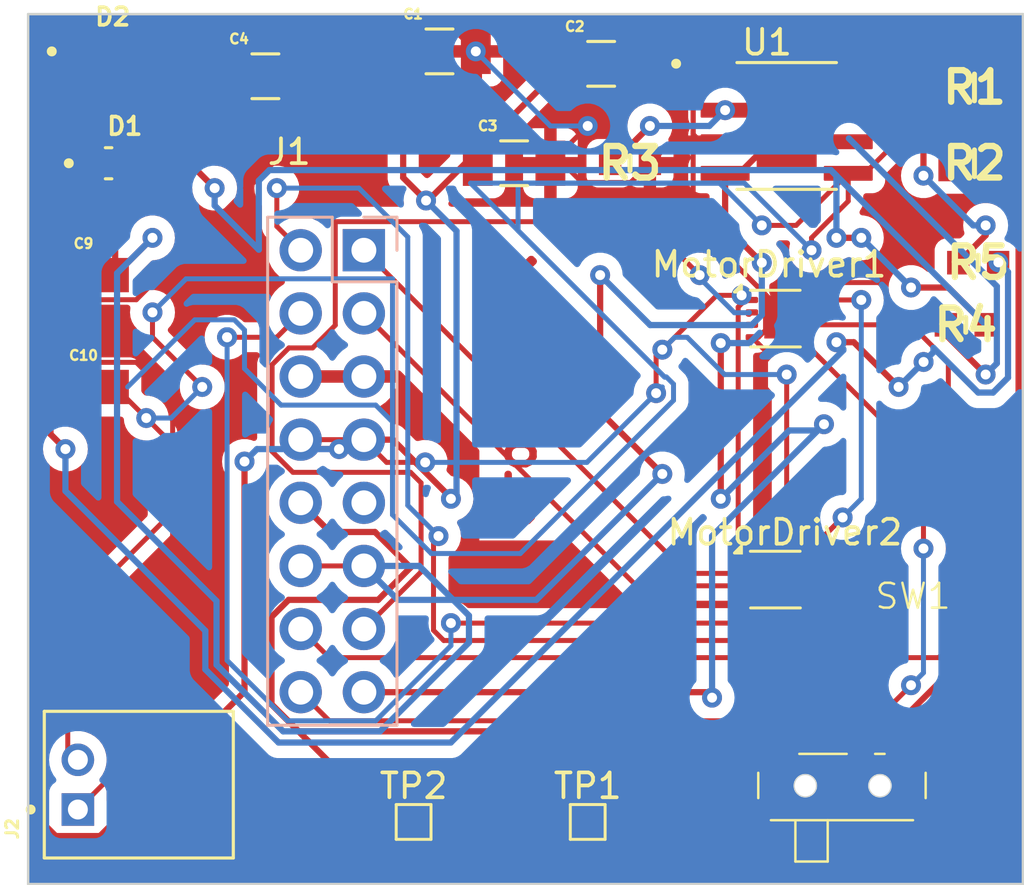
<source format=kicad_pcb>
(kicad_pcb (version 20240108) (generator "pcbnew") (generator_version "8.0")
  (layers (0 "F.Cu" signal) (31 "B.Cu" signal) (34 "B.Paste" user) (35 "F.Paste" user) (36 "B.SilkS" user "B.Silkscreen") (37 "F.SilkS" user "F.Silkscreen") (38 "B.Mask" user) (39 "F.Mask" user) (44 "Edge.Cuts" user))
  (net 0 "")
  (net 1 "Batt")
  (net 2 "Bat-")
  (net 3 "5V_uC")
  (net 4 "Motor2_A")
  (net 5 "PWM2_A")
  (net 6 "Motor2_B")
  (net 7 "PWM2_B")
  (net 9 "V_ADC")
  (net 10 "Motor1_A")
  (net 11 "PWM1_A")
  (net 12 "Motor1_B")
  (net 13 "PWM1_B")
  (net 14 "Bat+")
  (net 15 "Net-(D1-PadC)")
  (net 16 "Net-(D2-PadC)")
  (net 17 "Net-(U1-PROG)")
  (net 18 "Net-(U1-~{STDBY})")
  (net 19 "Net-(U1-~{CHRG})")
  (footprint "CL21A106KAYNNNE:CAPC2012X135N" (layer "F.Cu") (at 217.992025 137.844975)
    (property "Reference" "C9" (at -0.41 -1.27 0) (layer "F.SilkS") (effects (font (size 0.393701 0.393701) (thickness 0.098425))))
    (property "Value" "CL21A106KAYNNNE")
    (pad "1" smd rect (at -0.863 0) (size 1.1 1.38) (layers "F.Cu" "F.Paste" "F.Mask") (net 2 "Bat-"))
    (pad "2" smd rect (at 0.863 0) (size 1.1 1.38) (layers "F.Cu" "F.Paste" "F.Mask") (net 3 "5V_uC"))
  )
  (footprint "CL31B104KBCNNNC:CAPC3216X180N" (layer "F.Cu") (at 231.895025 128.844975)
    (property "Reference" "C1" (at -1.06 -1.5 0) (layer "F.SilkS") (effects (font (size 0.393701 0.393701) (thickness 0.098425))))
    (property "Value" "CL31B104KBCNNNC")
    (pad "1" smd rect (at -1.46 0) (size 1.2 1.82) (layers "F.Cu" "F.Paste" "F.Mask") (net 1 "Batt"))
    (pad "2" smd rect (at 1.46 0) (size 1.2 1.82) (layers "F.Cu" "F.Paste" "F.Mask") (net 2 "Bat-"))
  )
  (footprint "0603WAF1001T5E_1K:RESC1608X55N" (layer "F.Cu") (at 239.555025 133.344975)
    (property "Reference" "R3" (at 0 0 0) (layer "F.SilkS") (effects (font (size 1.27 1.27) (thickness 0.254))))
    (property "Value" "0603WAF7501T5E" (hide yes))
    (pad "1" smd rect (at -0.8 0) (size 0.9 0.95) (layers "F.Cu" "F.Paste" "F.Mask") (net 17 "Net-(U1-PROG)"))
    (pad "2" smd rect (at 0.8 0) (size 0.9 0.95) (layers "F.Cu" "F.Paste" "F.Mask") (net 2 "Bat-"))
  )
  (footprint "Package_SON:WSON-8-1EP_2x2mm_P0.5mm_EP0.9x1.6mm" (layer "F.Cu") (at 245.405025 139.594975)
    (property "Reference" "MotorDriver1" (at -0.26 -2.18 0) (layer "F.SilkS"))
    (property "Value" "DRV8837")
    (pad "1" smd roundrect (at -0.95 -0.75) (size 0.5 0.25) (layers "F.Cu" "F.Paste" "F.Mask") (net 1 "Batt"))
    (pad "2" smd roundrect (at -0.95 -0.25) (size 0.5 0.25) (layers "F.Cu" "F.Paste" "F.Mask") (net 10 "Motor1_A"))
    (pad "3" smd roundrect (at -0.95 0.25) (size 0.5 0.25) (layers "F.Cu" "F.Paste" "F.Mask") (net 12 "Motor1_B"))
    (pad "4" smd roundrect (at -0.95 0.75) (size 0.5 0.25) (layers "F.Cu" "F.Paste" "F.Mask") (net 2 "Bat-"))
    (pad "5" smd roundrect (at 0.95 0.75) (size 0.5 0.25) (layers "F.Cu" "F.Paste" "F.Mask") (net 13 "PWM1_B"))
    (pad "6" smd roundrect (at 0.95 0.25) (size 0.5 0.25) (layers "F.Cu" "F.Paste" "F.Mask") (net 11 "PWM1_A"))
    (pad "7" smd roundrect (at 0.95 -0.25) (size 0.5 0.25) (layers "F.Cu" "F.Paste" "F.Mask") (net 1 "Batt"))
    (pad "8" smd roundrect (at 0.95 -0.75) (size 0.5 0.25) (layers "F.Cu" "F.Paste" "F.Mask") (net 1 "Batt"))
    (pad "9" smd rect (at 0 0) (size 0.9 1.6) (layers "F.Cu" "F.Mask") (net 2 "Bat-"))
  )
  (footprint "SPDT:mySwitch" (layer "F.Cu") (at 250.935025 151.264975)
    (property "Reference" "SW1" (at 0 -0.5 0) (layer "F.SilkS") (effects (font (thickness 0.1))))
    (property "Value" "SW_SPDT")
    (fp_circle (center -4.33 7.122) (end -3.88 7.122) (stroke (width 0.05)) (fill none) (layer "Edge.Cuts"))
    (fp_circle (center -1.33 7.122) (end -0.88 7.122) (stroke (width 0.05)) (fill none) (layer "Edge.Cuts"))
    (pad "1" smd rect (at -5.08 5.08) (size 0.9 1.4) (layers "F.Cu" "F.Paste" "F.Mask") (net 14 "Bat+"))
    (pad "2" smd rect (at -2.08 5.08) (size 0.9 1.4) (layers "F.Cu" "F.Paste" "F.Mask") (net 1 "Batt"))
    (pad "3" smd rect (at -0.58 5.08) (size 0.9 1.4) (layers "F.Cu" "F.Paste" "F.Mask"))
    (pad "4" smd rect (at -6.205 6.047) (size 0.75 0.85) (layers "F.Cu" "F.Paste" "F.Mask"))
    (pad "5" smd rect (at -6.205 8.197) (size 0.75 0.85) (layers "F.Cu" "F.Paste" "F.Mask"))
    (pad "6" smd rect (at 0.545 6.047) (size 0.75 0.85) (layers "F.Cu" "F.Paste" "F.Mask"))
    (pad "7" smd rect (at 0.545 8.172) (size 0.75 0.85) (layers "F.Cu" "F.Paste" "F.Mask"))
  )
  (footprint "CL21A106KAYNNNE:CAPC2012X135N" (layer "F.Cu") (at 217.992025 142.344975)
    (property "Reference" "C10" (at -0.41 -1.27 0) (layer "F.SilkS") (effects (font (size 0.393701 0.393701) (thickness 0.098425))))
    (property "Value" "CL21A106KAYNNNE")
    (pad "1" smd rect (at -0.863 0) (size 1.1 1.38) (layers "F.Cu" "F.Paste" "F.Mask") (net 2 "Bat-"))
    (pad "2" smd rect (at 0.863 0) (size 1.1 1.38) (layers "F.Cu" "F.Paste" "F.Mask") (net 14 "Bat+"))
  )
  (footprint "0805W8F1003T5E_100K:RESC2013X65N" (layer "F.Cu") (at 253.405025 130.294975)
    (property "Reference" "R1" (at 0 0 0) (layer "F.SilkS") (effects (font (size 1.27 1.27) (thickness 0.254))))
    (property "Value" "0805W8F1003T5E" (hide yes))
    (pad "1" smd rect (at -0.95 0) (size 1 1.45) (layers "F.Cu" "F.Paste" "F.Mask") (net 14 "Bat+"))
    (pad "2" smd rect (at 0.95 0) (size 1 1.45) (layers "F.Cu" "F.Paste" "F.Mask") (net 9 "V_ADC"))
  )
  (footprint "JST_S2B-PH-K-S_LF__SN:JST_S2B-PH-K-S_LF__SN_" (layer "F.Cu") (at 217.355025 158.344975 90)
    (property "Reference" "J2" (at -1.776 -2.6398 -90) (layer "F.SilkS") (effects (font (size 0.48 0.48))))
    (property "Value" "S2B-PH-K-S_LF__SN_")
    (pad "1" thru_hole rect (at -1 0 90) (size 1.308 1.308) (drill 0.8) (layers "*.Cu" "*.Mask") (net 2 "Bat-"))
    (pad "2" thru_hole circle (at 1 0 90) (size 1.308 1.308) (drill 0.8) (layers "*.Cu" "*.Mask") (net 14 "Bat+"))
  )
  (footprint "KT-0805W:LED_KT-0805W" (layer "F.Cu") (at 218.590025 133.344975)
    (property "Reference" "D1" (at 0.65 -1.49 0) (layer "F.SilkS") (effects (font (size 0.708661 0.708661))))
    (property "Value" "KT-0805W")
    (pad "A" smd rect (at 0.765 0) (size 0.57 1.2) (layers "F.Cu" "F.Paste" "F.Mask") (net 3 "5V_uC"))
    (pad "C" smd rect (at -0.765 0) (size 0.57 1.2) (layers "F.Cu" "F.Paste" "F.Mask") (net 15 "Net-(D1-PadC)"))
  )
  (footprint "CL31B104KBCNNNC:CAPC3216X180N" (layer "F.Cu") (at 238.395025 129.344975)
    (property "Reference" "C2" (at -1.06 -1.5 0) (layer "F.SilkS") (effects (font (size 0.393701 0.393701) (thickness 0.098425))))
    (property "Value" "CL31B104KBCNNNC")
    (pad "1" smd rect (at -1.46 0) (size 1.2 1.82) (layers "F.Cu" "F.Paste" "F.Mask") (net 1 "Batt"))
    (pad "2" smd rect (at 1.46 0) (size 1.2 1.82) (layers "F.Cu" "F.Paste" "F.Mask") (net 2 "Bat-"))
  )
  (footprint "CL31B104KBCNNNC:CAPC3216X180N" (layer "F.Cu") (at 234.895025 133.344975)
    (property "Reference" "C3" (at -1.06 -1.5 0) (layer "F.SilkS") (effects (font (size 0.393701 0.393701) (thickness 0.098425))))
    (property "Value" "CL31B104KBCNNNC")
    (pad "1" smd rect (at -1.46 0) (size 1.2 1.82) (layers "F.Cu" "F.Paste" "F.Mask") (net 1 "Batt"))
    (pad "2" smd rect (at 1.46 0) (size 1.2 1.82) (layers "F.Cu" "F.Paste" "F.Mask") (net 2 "Bat-"))
  )
  (footprint "Package_SON:WSON-8-1EP_2x2mm_P0.5mm_EP0.9x1.6mm" (layer "F.Cu") (at 245.405025 150.094975)
    (property "Reference" "MotorDriver2" (at 0.38 -1.9 0) (layer "F.SilkS"))
    (property "Value" "DRV8837")
    (pad "1" smd roundrect (at -0.95 -0.75) (size 0.5 0.25) (layers "F.Cu" "F.Paste" "F.Mask") (net 1 "Batt"))
    (pad "2" smd roundrect (at -0.95 -0.25) (size 0.5 0.25) (layers "F.Cu" "F.Paste" "F.Mask") (net 4 "Motor2_A"))
    (pad "3" smd roundrect (at -0.95 0.25) (size 0.5 0.25) (layers "F.Cu" "F.Paste" "F.Mask") (net 6 "Motor2_B"))
    (pad "4" smd roundrect (at -0.95 0.75) (size 0.5 0.25) (layers "F.Cu" "F.Paste" "F.Mask") (net 2 "Bat-"))
    (pad "5" smd roundrect (at 0.95 0.75) (size 0.5 0.25) (layers "F.Cu" "F.Paste" "F.Mask") (net 7 "PWM2_B"))
    (pad "6" smd roundrect (at 0.95 0.25) (size 0.5 0.25) (layers "F.Cu" "F.Paste" "F.Mask") (net 5 "PWM2_A"))
    (pad "7" smd roundrect (at 0.95 -0.25) (size 0.5 0.25) (layers "F.Cu" "F.Paste" "F.Mask") (net 1 "Batt"))
    (pad "8" smd roundrect (at 0.95 -0.75) (size 0.5 0.25) (layers "F.Cu" "F.Paste" "F.Mask") (net 1 "Batt"))
    (pad "9" smd rect (at 0 0) (size 0.9 1.6) (layers "F.Cu" "F.Mask") (net 2 "Bat-"))
  )
  (footprint "TestPoint:TestPoint_Pad_1.0x1.0mm" (layer "F.Cu") (at 237.855025 159.844975)
    (property "Reference" "TP1" (at 0 -1.448 0) (layer "F.SilkS"))
    (property "Value" "TestPoint")
    (pad "1" smd rect (at 0 0) (size 1 1) (layers "F.Cu" "F.Mask") (net 1 "Batt"))
  )
  (footprint "TestPoint:TestPoint_Pad_1.0x1.0mm" (layer "F.Cu") (at 230.855025 159.844975)
    (property "Reference" "TP2" (at 0 -1.448 0) (layer "F.SilkS"))
    (property "Value" "TestPoint")
    (pad "1" smd rect (at 0 0) (size 1 1) (layers "F.Cu" "F.Mask") (net 9 "V_ADC"))
  )
  (footprint "TP4056:SOP127P600X175-9N" (layer "F.Cu") (at 245.855025 131.844975)
    (property "Reference" "U1" (at -0.795 -3.362 0) (layer "F.SilkS"))
    (property "Value" "TP4056")
    (pad "1" smd roundrect (at -2.475 -1.905) (size 1.97 0.6) (layers "F.Cu" "F.Paste" "F.Mask") (roundrect_rratio 0.07) (net 2 "Bat-"))
    (pad "2" smd roundrect (at -2.475 -0.635) (size 1.97 0.6) (layers "F.Cu" "F.Paste" "F.Mask") (roundrect_rratio 0.07) (net 17 "Net-(U1-PROG)"))
    (pad "3" smd roundrect (at -2.475 0.635) (size 1.97 0.6) (layers "F.Cu" "F.Paste" "F.Mask") (roundrect_rratio 0.07) (net 2 "Bat-"))
    (pad "4" smd roundrect (at -2.475 1.905) (size 1.97 0.6) (layers "F.Cu" "F.Paste" "F.Mask") (roundrect_rratio 0.07) (net 3 "5V_uC"))
    (pad "5" smd roundrect (at 2.475 1.905) (size 1.97 0.6) (layers "F.Cu" "F.Paste" "F.Mask") (roundrect_rratio 0.07) (net 14 "Bat+"))
    (pad "6" smd roundrect (at 2.475 0.635) (size 1.97 0.6) (layers "F.Cu" "F.Paste" "F.Mask") (roundrect_rratio 0.07) (net 18 "Net-(U1-~{STDBY})"))
    (pad "7" smd roundrect (at 2.475 -0.635) (size 1.97 0.6) (layers "F.Cu" "F.Paste" "F.Mask") (roundrect_rratio 0.07) (net 19 "Net-(U1-~{CHRG})"))
    (pad "8" smd roundrect (at 2.475 -1.905) (size 1.97 0.6) (layers "F.Cu" "F.Paste" "F.Mask") (roundrect_rratio 0.07) (net 3 "5V_uC"))
    (pad "9" smd rect (at 0 0) (size 2.413 3.302) (layers "F.Cu" "F.Mask") (net 3 "5V_uC"))
  )
  (footprint "CL31B104KBCNNNC:CAPC3216X180N" (layer "F.Cu") (at 224.895025 129.844975)
    (property "Reference" "C4" (at -1.06 -1.5 0) (layer "F.SilkS") (effects (font (size 0.393701 0.393701) (thickness 0.098425))))
    (property "Value" "CL31B104KBCNNNC")
    (pad "1" smd rect (at -1.46 0) (size 1.2 1.82) (layers "F.Cu" "F.Paste" "F.Mask") (net 1 "Batt"))
    (pad "2" smd rect (at 1.46 0) (size 1.2 1.82) (layers "F.Cu" "F.Paste" "F.Mask") (net 2 "Bat-"))
  )
  (footprint "KT-0603R:LED_KT-0603R" (layer "F.Cu") (at 218.105025 128.844975)
    (property "Reference" "D2" (at 0.65 -1.39 0) (layer "F.SilkS") (effects (font (size 0.708661 0.708661))))
    (property "Value" "KT-0603R")
    (pad "A" smd rect (at 0.75 0) (size 0.8 0.8) (layers "F.Cu" "F.Paste" "F.Mask") (net 3 "5V_uC"))
    (pad "C" smd rect (at -0.75 0) (size 0.8 0.8) (layers "F.Cu" "F.Paste" "F.Mask") (net 16 "Net-(D2-PadC)"))
  )
  (footprint "0603WAF1001T5E_1K:RESC1608X55N" (layer "F.Cu") (at 253.055025 139.844975)
    (property "Reference" "R4" (at 0 0 0) (layer "F.SilkS") (effects (font (size 1.27 1.27) (thickness 0.254))))
    (property "Value" "0603WAF1001T5E" (hide yes))
    (pad "1" smd rect (at -0.8 0) (size 0.9 0.95) (layers "F.Cu" "F.Paste" "F.Mask") (net 18 "Net-(U1-~{STDBY})"))
    (pad "2" smd rect (at 0.8 0) (size 0.9 0.95) (layers "F.Cu" "F.Paste" "F.Mask") (net 16 "Net-(D2-PadC)"))
  )
  (footprint "0805W8F1003T5E_100K:RESC2013X65N" (layer "F.Cu") (at 253.405025 133.344975)
    (property "Reference" "R2" (at 0 0 0) (layer "F.SilkS") (effects (font (size 1.27 1.27) (thickness 0.254))))
    (property "Value" "0805W8F1003T5E" (hide yes))
    (pad "1" smd rect (at -0.95 0) (size 1 1.45) (layers "F.Cu" "F.Paste" "F.Mask") (net 9 "V_ADC"))
    (pad "2" smd rect (at 0.95 0) (size 1 1.45) (layers "F.Cu" "F.Paste" "F.Mask") (net 2 "Bat-"))
  )
  (footprint "0603WAF1001T5E_1K:RESC1608X55N" (layer "F.Cu") (at 253.555025 137.344975)
    (property "Reference" "R5" (at 0 0 0) (layer "F.SilkS") (effects (font (size 1.27 1.27) (thickness 0.254))))
    (property "Value" "0603WAF1001T5E" (hide yes))
    (pad "1" smd rect (at -0.8 0) (size 0.9 0.95) (layers "F.Cu" "F.Paste" "F.Mask") (net 19 "Net-(U1-~{CHRG})"))
    (pad "2" smd rect (at 0.8 0) (size 0.9 0.95) (layers "F.Cu" "F.Paste" "F.Mask") (net 15 "Net-(D1-PadC)"))
  )
  (footprint "Connector_PinHeader_2.54mm:PinHeader_2x08_P2.54mm_Vertical" (layer "B.Cu") (at 228.855025 136.844975 180)
    (property "Reference" "J1" (at 3 3.96 180) (layer "F.SilkS"))
    (property "Value" "Conn_02x08_Odd_Even" (hide yes))
    (pad "1" thru_hole rect (at 0 0 180) (size 1.7 1.7) (drill 1) (layers "*.Cu" "*.Mask") (net 4 "Motor2_A"))
    (pad "2" thru_hole oval (at 2.54 0 180) (size 1.7 1.7) (drill 1) (layers "*.Cu" "*.Mask") (net 5 "PWM2_A"))
    (pad "3" thru_hole oval (at 0 -2.54 180) (size 1.7 1.7) (drill 1) (layers "*.Cu" "*.Mask") (net 6 "Motor2_B"))
    (pad "4" thru_hole oval (at 2.54 -2.54 180) (size 1.7 1.7) (drill 1) (layers "*.Cu" "*.Mask") (net 7 "PWM2_B"))
    (pad "5" thru_hole oval (at 0 -5.08 180) (size 1.7 1.7) (drill 1) (layers "*.Cu" "*.Mask") (net 2 "Bat-"))
    (pad "6" thru_hole oval (at 2.54 -5.08 180) (size 1.7 1.7) (drill 1) (layers "*.Cu" "*.Mask") (net 2 "Bat-"))
    (pad "7" thru_hole oval (at 0 -7.62 180) (size 1.7 1.7) (drill 1) (layers "*.Cu" "*.Mask") (net 1 "Batt"))
    (pad "8" thru_hole oval (at 2.54 -7.62 180) (size 1.7 1.7) (drill 1) (layers "*.Cu" "*.Mask") (net 1 "Batt"))
    (pad "9" thru_hole oval (at 0 -10.16 180) (size 1.7 1.7) (drill 1) (layers "*.Cu" "*.Mask"))
    (pad "10" thru_hole oval (at 2.54 -10.16 180) (size 1.7 1.7) (drill 1) (layers "*.Cu" "*.Mask") (net 9 "V_ADC"))
    (pad "11" thru_hole oval (at 0 -12.7 180) (size 1.7 1.7) (drill 1) (layers "*.Cu" "*.Mask") (net 3 "5V_uC"))
    (pad "12" thru_hole oval (at 2.54 -12.7 180) (size 1.7 1.7) (drill 1) (layers "*.Cu" "*.Mask") (net 3 "5V_uC"))
    (pad "13" thru_hole oval (at 0 -15.24 180) (size 1.7 1.7) (drill 1) (layers "*.Cu" "*.Mask") (net 10 "Motor1_A"))
    (pad "14" thru_hole oval (at 2.54 -15.24 180) (size 1.7 1.7) (drill 1) (layers "*.Cu" "*.Mask") (net 11 "PWM1_A"))
    (pad "15" thru_hole oval (at 0 -17.78 180) (size 1.7 1.7) (drill 1) (layers "*.Cu" "*.Mask") (net 12 "Motor1_B"))
    (pad "16" thru_hole oval (at 2.54 -17.78 180) (size 1.7 1.7) (drill 1) (layers "*.Cu" "*.Mask") (net 13 "PWM1_B"))
  )
  (gr_line (start 215.355025 127.344975) (end 215.355025 162.344975) (stroke (width 0.1)) (layer "Edge.Cuts"))
  (gr_line (start 255.355025 127.344975) (end 215.355025 127.344975) (stroke (width 0.1)) (layer "Edge.Cuts"))
  (gr_line (start 255.355025 162.344975) (end 255.355025 127.344975) (stroke (width 0.1)) (layer "Edge.Cuts"))
  (gr_line (start 215.355025 162.344975) (end 255.355025 162.344975) (stroke (width 0.1)) (layer "Edge.Cuts"))
  (gr_text "Group 32!" (at 235.855025 148.344975 90) (layer "F.Cu") (effects (font (size 1.5 1.5) (thickness 0.3) (bold yes)) (justify left bottom)))
  (segment (start 226.695025 144.844975) (end 226.315025 144.464975) (width 0.25) (layer "F.Cu") (net 1))
  (segment (start 246.355025 149.344975) (end 245.855025 148.844975) (width 0.2) (layer "F.Cu") (net 1))
  (segment (start 227.855025 144.844975) (end 226.695025 144.844975) (width 0.25) (layer "F.Cu") (net 1))
  (segment (start 246.905025 149.294975) (end 246.355025 149.844975) (width 0.2) (layer "F.Cu") (net 1))
  (segment (start 224.670025 128.609975) (end 223.435025 129.844975) (width 0.25) (layer "F.Cu") (net 1))
  (segment (start 229.77 145.37995) (end 231.32005 145.37995) (width 0.2) (layer "F.Cu") (net 1))
  (segment (start 232.355025 146.844975) (end 232.355025 146.803835) (width 0.25) (layer "F.Cu") (net 1))
  (segment (start 230.016165 144.464975) (end 228.855025 144.464975) (width 0.25) (layer "F.Cu") (net 1))
  (segment (start 230.435025 133.924975) (end 231.355025 134.844975) (width 0.25) (layer "F.Cu") (net 1))
  (segment (start 246.905025 149.294975) (end 246.905025 148.794975) (width 0.2) (layer "F.Cu") (net 1))
  (segment (start 240.855025 140.844975) (end 243.042098 138.657902) (width 0.2) (layer "F.Cu") (net 1))
  (segment (start 244.190639 138.844975) (end 244.455025 138.844975) (width 0.2) (layer "F.Cu") (net 1))
  (segment (start 244.455025 149.344975) (end 243.905025 148.794975) (width 0.2) (layer "F.Cu") (net 1))
  (segment (start 246.355025 149.344975) (end 248.105025 147.594975) (width 0.2) (layer "F.Cu") (net 1))
  (segment (start 246.905025 148.794975) (end 248.105025 147.594975) (width 0.2) (layer "F.Cu") (net 1))
  (segment (start 232.355025 146.803835) (end 230.016165 144.464975) (width 0.25) (layer "F.Cu") (net 1))
  (segment (start 215.923775 160.413725) (end 218.244275 160.413725) (width 0.25) (layer "F.Cu") (net 1))
  (segment (start 231.435025 134.844975) (end 231.355025 134.844975) (width 0.25) (layer "F.Cu") (net 1))
  (segment (start 237.855025 159.844975) (end 237.030025 160.669975) (width 0.25) (layer "F.Cu") (net 1))
  (segment (start 218.244275 160.413725) (end 224.055025 154.602975) (width 0.25) (layer "F.Cu") (net 1))
  (segment (start 230.435025 128.844975) (end 230.435025 133.924975) (width 0.25) (layer "F.Cu") (net 1))
  (segment (start 246.355025 138.844975) (end 248.855025 138.844975) (width 0.2) (layer "F.Cu") (net 1))
  (segment (start 230.200025 128.609975) (end 224.670025 128.609975) (width 0.25) (layer "F.Cu") (net 1))
  (segment (start 240.605025 141.094975) (end 240.855025 140.844975) (width 0.2) (layer "F.Cu") (net 1))
  (segment (start 240.605025 142.594975) (end 240.605025 141.094975) (width 0.2) (layer "F.Cu") (net 1))
  (segment (start 230.435025 128.844975) (end 230.200025 128.609975) (width 0.25) (layer "F.Cu") (net 1))
  (segment (start 237.030025 160.669975) (end 216.722025 160.669975) (width 0.25) (layer "F.Cu") (net 1))
  (segment (start 245.855025 148.844975) (end 245.855025 141.844975) (width 0.2) (layer "F.Cu") (net 1))
  (segment (start 243.042098 138.657902) (end 244.043177 138.657902) (width 0.2) (layer "F.Cu") (net 1))
  (segment (start 243.905025 148.794975) (end 243.905025 139.130589) (width 0.2) (layer "F.Cu") (net 1))
  (segment (start 215.923775 159.871725) (end 215.923775 149.619975) (width 0.25) (layer "F.Cu") (net 1))
  (segment (start 216.722025 160.669975) (end 215.923775 159.871725) (width 0.25) (layer "F.Cu") (net 1))
  (segment (start 228.855025 144.464975) (end 229.77 145.37995) (width 0.2) (layer "F.Cu") (net 1))
  (segment (start 215.923775 149.619975) (end 215.923775 160.413725) (width 0.25) (layer "F.Cu") (net 1))
  (segment (start 246.355025 138.844975) (end 246.355025 139.344975) (width 0.2) (layer "F.Cu") (net 1))
  (segment (start 236.935025 129.344975) (end 231.435025 134.844975) (width 0.25) (layer "F.Cu") (net 1))
  (segment (start 226.315025 144.464975) (end 228.855025 144.464975) (width 0.2) (layer "F.Cu") (net 1))
  (segment (start 224.055025 154.602975) (end 224.055025 145.344975) (width 0.25) (layer "F.Cu") (net 1))
  (segment (start 215.923775 149.619975) (end 216.948775 148.594975) (width 0.25) (layer "F.Cu") (net 1))
  (segment (start 243.905025 139.130589) (end 244.190639 138.844975) (width 0.2) (layer "F.Cu") (net 1))
  (via (at 231.355025 134.844975) (size 0.8) (drill 0.4) (layers "F.Cu" "B.Cu") (net 1))
  (via (at 224.055025 145.344975) (size 0.8) (drill 0.4) (layers "F.Cu" "B.Cu") (net 1))
  (via (at 248.855025 138.844975) (size 0.8) (drill 0.4) (layers "F.Cu" "B.Cu") (net 1))
  (via (at 227.855025 144.844975) (size 0.8) (drill 0.4) (layers "F.Cu" "B.Cu") (net 1))
  (via (at 231.32005 145.37995) (size 0.8) (drill 0.4) (layers "F.Cu" "B.Cu") (net 1))
  (via (at 245.855025 141.844975) (size 0.8) (drill 0.4) (layers "F.Cu" "B.Cu") (net 1))
  (via (at 244.043177 138.657902) (size 0.8) (drill 0.4) (layers "F.Cu" "B.Cu") (net 1))
  (via (at 240.855025 140.844975) (size 0.8) (drill 0.4) (layers "F.Cu" "B.Cu") (net 1))
  (via (at 232.355025 146.844975) (size 0.8) (drill 0.4) (layers "F.Cu" "B.Cu") (net 1))
  (via (at 248.105025 147.594975) (size 0.8) (drill 0.4) (layers "F.Cu" "B.Cu") (net 1))
  (via (at 240.605025 142.594975) (size 0.8) (drill 0.4) (layers "F.Cu" "B.Cu") (net 1))
  (segment (start 231.355025 134.844975) (end 232.580025 136.069975) (width 0.25) (layer "B.Cu") (net 1))
  (segment (start 232.580025 146.619975) (end 232.355025 146.844975) (width 0.25) (layer "B.Cu") (net 1))
  (segment (start 232.580025 136.069975) (end 232.580025 146.619975) (width 0.25) (layer "B.Cu") (net 1))
  (segment (start 240.855025 142.344975) (end 240.605025 142.594975) (width 0.2) (layer "B.Cu") (net 1))
  (segment (start 248.855025 138.844975) (end 248.855025 146.844975) (width 0.2) (layer "B.Cu") (net 1))
  (segment (start 245.855025 141.844975) (end 243.355025 141.844975) (width 0.2) (layer "B.Cu") (net 1))
  (segment (start 237.82005 145.37995) (end 240.605025 142.594975) (width 0.2) (layer "B.Cu") (net 1))
  (segment (start 224.555025 144.844975) (end 227.855025 144.844975) (width 0.25) (layer "B.Cu") (net 1))
  (segment (start 243.355025 141.844975) (end 241.855025 140.344975) (width 0.2) (layer "B.Cu") (net 1))
  (segment (start 248.855025 146.844975) (end 248.105025 147.594975) (width 0.2) (layer "B.Cu") (net 1))
  (segment (start 224.055025 145.344975) (end 224.555025 144.844975) (width 0.25) (layer "B.Cu") (net 1))
  (segment (start 241.855025 140.344975) (end 241.355025 140.344975) (width 0.2) (layer "B.Cu") (net 1))
  (segment (start 241.355025 140.344975) (end 240.855025 140.844975) (width 0.2) (layer "B.Cu") (net 1))
  (segment (start 247.855025 147.844975) (end 248.105025 147.594975) (width 0.2) (layer "B.Cu") (net 1))
  (segment (start 231.32005 145.37995) (end 237.82005 145.37995) (width 0.2) (layer "B.Cu") (net 1))
  (segment (start 240.950025 129.939975) (end 243.380025 129.939975) (width 0.2) (layer "F.Cu") (net 2))
  (segment (start 240.355025 133.344975) (end 241.220025 132.479975) (width 0.2) (layer "F.Cu") (net 2))
  (segment (start 222.535025 128.634975) (end 222.535025 131.054975) (width 0.2) (layer "F.Cu") (net 2))
  (segment (start 226.355025 132.184975) (end 226.355025 129.844975) (width 0.2) (layer "F.Cu") (net 2))
  (segment (start 217.355025 159.344975) (end 221.165775 155.534225) (width 0.2) (layer "F.Cu") (net 2))
  (segment (start 223.535025 127.634975) (end 222.535025 128.634975) (width 0.2) (layer "F.Cu") (net 2))
  (segment (start 245.405025 150.159361) (end 245.405025 150.094975) (width 0.2) (layer "F.Cu") (net 2))
  (segment (start 242.395026 129.939975) (end 242.095025 130.239976) (width 0.2) (layer "F.Cu") (net 2))
  (segment (start 245.005025 140.059361) (end 244.719411 140.344975) (width 0.2) (layer "F.Cu") (net 2))
  (segment (start 225.145025 131.054975) (end 226.355025 129.844975) (width 0.2) (layer "F.Cu") (net 2))
  (segment (start 239.580025 134.119975) (end 240.355025 133.344975) (width 0.2) (layer "F.Cu") (net 2))
  (segment (start 221.165775 155.534225) (end 221.165775 142.815725) (width 0.2) (layer "F.Cu") (net 2))
  (segment (start 245.005025 140.894975) (end 244.455025 140.344975) (width 0.2) (layer "F.Cu") (net 2))
  (segment (start 242.095025 130.239976) (end 242.095025 135.720589) (width 0.2) (layer "F.Cu") (net 2))
  (segment (start 243.380025 129.939975) (end 242.395026 129.939975) (width 0.2) (layer "F.Cu") (net 2))
  (segment (start 233.355025 128.844975) (end 232.145025 127.634975) (width 0.2) (layer "F.Cu") (net 2))
  (segment (start 236.355025 133.344975) (end 236.855025 133.344975) (width 0.2) (layer "F.Cu") (net 2))
  (segment (start 245.405025 139.030589) (end 245.405025 139.594975) (width 0.2) (layer "F.Cu") (net 2))
  (segment (start 236.855025 133.344975) (end 237.630025 134.119975) (width 0.2) (layer "F.Cu") (net 2))
  (segment (start 217.129025 137.844975) (end 217.129025 142.344975) (width 0.2) (layer "F.Cu") (net 2))
  (segment (start 244.455025 150.844975) (end 244.719411 150.844975) (width 0.2) (layer "F.Cu") (net 2))
  (segment (start 246.290639 138.144975) (end 245.405025 139.030589) (width 0.2) (layer "F.Cu") (net 2))
  (segment (start 240.355025 129.344975) (end 240.950025 129.939975) (width 0.2) (layer "F.Cu") (net 2))
  (segment (start 245.005025 150.559361) (end 245.005025 140.894975) (width 0.2) (layer "F.Cu") (net 2))
  (segment (start 241.220025 132.479975) (end 243.380025 132.479975) (width 0.2) (layer "F.Cu") (net 2))
  (segment (start 221.165775 142.815725) (end 219.705025 141.354975) (width 0.2) (layer "F.Cu") (net 2))
  (segment (start 242.095025 130.239976) (end 242.095025 132.179974) (width 0.2) (layer "F.Cu") (net 2))
  (segment (start 242.095025 132.179974) (end 242.395026 132.479975) (width 0.2) (layer "F.Cu") (net 2))
  (segment (start 244.719411 150.844975) (end 245.005025 150.559361) (width 0.2) (layer "F.Cu") (net 2))
  (segment (start 249.555025 138.144975) (end 246.290639 138.144975) (width 0.2) (layer "F.Cu") (net 2))
  (segment (start 245.005025 138.630589) (end 245.005025 140.059361) (width 0.2) (layer "F.Cu") (net 2))
  (segment (start 226.315025 141.924975) (end 228.855025 141.924975) (width 0.2) (layer "F.Cu") (net 2))
  (segment (start 244.719411 140.344975) (end 244.455025 140.344975) (width 0.2) (layer "F.Cu") (net 2))
  (segment (start 239.855025 129.344975) (end 240.355025 129.344975) (width 0.2) (layer "F.Cu") (net 2))
  (segment (start 242.095025 135.720589) (end 245.405025 139.030589) (width 0.2) (layer "F.Cu") (net 2))
  (segment (start 218.119025 141.354975) (end 217.129025 142.344975) (width 0.2) (layer "F.Cu") (net 2))
  (segment (start 217.129025 137.844975) (end 218.119025 138.834975) (width 0.2) (layer "F.Cu") (net 2))
  (segment (start 244.719411 150.844975) (end 245.405025 150.159361) (width 0.2) (layer "F.Cu") (net 2))
  (segment (start 218.119025 138.834975) (end 219.705025 138.834975) (width 0.2) (layer "F.Cu") (net 2))
  (segment (start 236.355025 133.344975) (end 237.855025 131.844975) (width 0.2) (layer "F.Cu") (net 2))
  (segment (start 242.395026 132.479975) (end 243.380025 132.479975) (width 0.2) (layer "F.Cu") (net 2))
  (segment (start 254.355025 133.344975) (end 249.555025 138.144975) (width 0.2) (layer "F.Cu") (net 2))
  (segment (start 242.095025 135.720589) (end 245.005025 138.630589) (width 0.2) (layer "F.Cu") (net 2))
  (segment (start 222.535025 131.054975) (end 225.145025 131.054975) (width 0.2) (layer "F.Cu") (net 2))
  (segment (start 232.145025 127.634975) (end 223.535025 127.634975) (width 0.2) (layer "F.Cu") (net 2))
  (segment (start 219.705025 141.354975) (end 218.119025 141.354975) (width 0.2) (layer "F.Cu") (net 2))
  (segment (start 237.630025 134.119975) (end 239.580025 134.119975) (width 0.2) (layer "F.Cu") (net 2))
  (segment (start 219.705025 138.834975) (end 226.355025 132.184975) (width 0.2) (layer "F.Cu") (net 2))
  (via (at 237.855025 131.844975) (size 0.8) (drill 0.4) (layers "F.Cu" "B.Cu") (net 2))
  (via (at 233.355025 128.844975) (size 0.8) (drill 0.4) (layers "F.Cu" "B.Cu") (net 2))
  (segment (start 237.855025 131.844975) (end 236.355025 131.844975) (width 0.2) (layer "B.Cu") (net 2))
  (segment (start 236.355025 131.844975) (end 233.355025 128.844975) (width 0.2) (layer "B.Cu") (net 2))
  (segment (start 226.315025 149.544975) (end 228.855025 149.544975) (width 0.2) (layer "F.Cu") (net 3))
  (segment (start 243.380025 133.749975) (end 243.950025 133.749975) (width 0.25) (layer "F.Cu") (net 3))
  (segment (start 243.380025 133.749975) (end 243.380025 135.869975) (width 0.25) (layer "F.Cu") (net 3))
  (segment (start 243.950025 133.749975) (end 245.855025 131.844975) (width 0.25) (layer "F.Cu") (net 3))
  (segment (start 243.380025 135.869975) (end 244.855025 137.344975) (width 0.25) (layer "F.Cu") (net 3))
  (segment (start 248.330025 129.939975) (end 247.760025 129.939975) (width 0.25) (layer "F.Cu") (net 3))
  (segment (start 238.355025 143.344975) (end 240.855025 145.844975) (width 0.25) (layer "F.Cu") (net 3))
  (segment (start 247.760025 129.939975) (end 245.855025 131.844975) (width 0.25) (layer "F.Cu") (net 3))
  (segment (start 218.855025 128.844975) (end 218.855025 132.844975) (width 0.25) (layer "F.Cu") (net 3))
  (segment (start 218.855025 137.844975) (end 218.855025 133.844975) (width 0.25) (layer "F.Cu") (net 3))
  (segment (start 218.855025 132.844975) (end 219.355025 133.344975) (width 0.25) (layer "F.Cu") (net 3))
  (segment (start 218.855025 137.844975) (end 220.355025 136.344975) (width 0.25) (layer "F.Cu") (net 3))
  (segment (start 218.855025 133.844975) (end 219.355025 133.344975) (width 0.25) (layer "F.Cu") (net 3))
  (segment (start 238.355025 137.844975) (end 238.355025 143.344975) (width 0.25) (layer "F.Cu") (net 3))
  (via (at 244.855025 137.344975) (size 0.8) (drill 0.4) (layers "F.Cu" "B.Cu") (net 3))
  (via (at 238.355025 137.844975) (size 0.8) (drill 0.4) (layers "F.Cu" "B.Cu") (net 3))
  (via (at 220.355025 136.344975) (size 0.8) (drill 0.4) (layers "F.Cu" "B.Cu") (net 3))
  (via (at 240.855025 145.844975) (size 0.8) (drill 0.4) (layers "F.Cu" "B.Cu") (net 3))
  (segment (start 218.930025 146.958889) (end 222.930025 150.958889) (width 0.25) (layer "B.Cu") (net 3))
  (segment (start 240.855025 145.844975) (end 235.790025 150.909975) (width 0.25) (layer "B.Cu") (net 3))
  (segment (start 244.855025 139.446015) (end 244.446015 139.855025) (width 0.25) (layer "B.Cu") (net 3))
  (segment (start 218.930025 137.769975) (end 218.930025 146.958889) (width 0.25) (layer "B.Cu") (net 3))
  (segment (start 235.790025 150.909975) (end 230.220025 150.909975) (width 0.25) (layer "B.Cu") (net 3))
  (segment (start 222.930025 150.958889) (end 222.930025 153.521016) (width 0.25) (layer "B.Cu") (net 3))
  (segment (start 244.855025 137.344975) (end 244.855025 139.446015) (width 0.25) (layer "B.Cu") (net 3))
  (segment (start 244.446015 139.855025) (end 240.365075 139.855025) (width 0.25) (layer "B.Cu") (net 3))
  (segment (start 233.080025 152.627362) (end 233.080025 151.54467) (width 0.25) (layer "B.Cu") (net 3))
  (segment (start 220.355025 136.344975) (end 218.930025 137.769975) (width 0.25) (layer "B.Cu") (net 3))
  (segment (start 222.930025 153.521016) (end 225.608985 156.199975) (width 0.25) (layer "B.Cu") (net 3))
  (segment (start 240.365075 139.855025) (end 238.355025 137.844975) (width 0.25) (layer "B.Cu") (net 3))
  (segment (start 231.08033 149.544975) (end 228.855025 149.544975) (width 0.25) (layer "B.Cu") (net 3))
  (segment (start 229.507412 156.199975) (end 233.080025 152.627362) (width 0.25) (layer "B.Cu") (net 3))
  (segment (start 230.220025 150.909975) (end 228.855025 149.544975) (width 0.25) (layer "B.Cu") (net 3))
  (segment (start 233.080025 151.54467) (end 231.08033 149.544975) (width 0.25) (layer "B.Cu") (net 3))
  (segment (start 225.608985 156.199975) (end 229.507412 156.199975) (width 0.25) (layer "B.Cu") (net 3))
  (segment (start 241.855025 149.844975) (end 228.855025 136.844975) (width 0.2) (layer "F.Cu") (net 4))
  (segment (start 244.455025 149.844975) (end 241.855025 149.844975) (width 0.2) (layer "F.Cu") (net 4))
  (segment (start 232.065075 152.544975) (end 231.655025 152.134925) (width 0.2) (layer "F.Cu") (net 5))
  (segment (start 246.905025 150.630589) (end 246.905025 151.059361) (width 0.2) (layer "F.Cu") (net 5))
  (segment (start 225.355025 134.344975) (end 225.355025 135.884975) (width 0.2) (layer "F.Cu") (net 5))
  (segment (start 225.355025 135.884975) (end 226.315025 136.844975) (width 0.2) (layer "F.Cu") (net 5))
  (segment (start 246.355025 150.344975) (end 246.619411 150.344975) (width 0.2) (layer "F.Cu") (net 5))
  (segment (start 245.419411 152.544975) (end 232.065075 152.544975) (width 0.2) (layer "F.Cu") (net 5))
  (segment (start 246.905025 151.059361) (end 245.419411 152.544975) (width 0.2) (layer "F.Cu") (net 5))
  (segment (start 231.655025 148.544975) (end 231.855025 148.344975) (width 0.2) (layer "F.Cu") (net 5))
  (segment (start 246.619411 150.344975) (end 246.905025 150.630589) (width 0.2) (layer "F.Cu") (net 5))
  (segment (start 231.655025 152.134925) (end 231.655025 148.544975) (width 0.2) (layer "F.Cu") (net 5))
  (via (at 225.355025 134.344975) (size 0.8) (drill 0.4) (layers "F.Cu" "B.Cu") (net 5))
  (via (at 231.855025 148.344975) (size 0.8) (drill 0.4) (layers "F.Cu" "B.Cu") (net 5))
  (segment (start 228.655025 134.344975) (end 225.355025 134.344975) (width 0.2) (layer "B.Cu") (net 5))
  (segment (start 230.62005 147.11) (end 230.62005 136.31) (width 0.2) (layer "B.Cu") (net 5))
  (segment (start 231.855025 148.344975) (end 230.62005 147.11) (width 0.2) (layer "B.Cu") (net 5))
  (segment (start 230.62005 136.31) (end 228.655025 134.344975) (width 0.2) (layer "B.Cu") (net 5))
  (segment (start 244.455025 150.344975) (end 239.815025 150.344975) (width 0.2) (layer "F.Cu") (net 6))
  (segment (start 239.815025 150.344975) (end 228.855025 139.384975) (width 0.2) (layer "F.Cu") (net 6))
  (segment (start 225.355025 140.344975) (end 226.315025 139.384975) (width 0.2) (layer "F.Cu") (net 7))
  (segment (start 246.355025 150.844975) (end 245.355025 151.844975) (width 0.2) (layer "F.Cu") (net 7))
  (segment (start 245.355025 151.844975) (end 232.355025 151.844975) (width 0.2) (layer "F.Cu") (net 7))
  (segment (start 223.355025 140.344975) (end 225.355025 140.344975) (width 0.2) (layer "F.Cu") (net 7))
  (via (at 223.355025 140.344975) (size 0.8) (drill 0.4) (layers "F.Cu" "B.Cu") (net 7))
  (via (at 223.355025 140.344975) (size 0.8) (drill 0.4) (layers "F.Cu" "B.Cu") (net 7))
  (via (at 232.355025 151.844975) (size 0.8) (drill 0.4) (layers "F.Cu" "B.Cu") (net 7))
  (segment (start 232.355025 152.751321) (end 229.331371 155.774975) (width 0.2) (layer "B.Cu") (net 7))
  (segment (start 223.355025 153.344975) (end 223.355025 140.344975) (width 0.2) (layer "B.Cu") (net 7))
  (segment (start 229.331371 155.774975) (end 225.785025 155.774975) (width 0.2) (layer "B.Cu") (net 7))
  (segment (start 225.785025 155.774975) (end 223.355025 153.344975) (width 0.2) (layer "B.Cu") (net 7))
  (segment (start 232.355025 151.844975) (end 232.355025 152.751321) (width 0.2) (layer "B.Cu") (net 7))
  (segment (start 255.180025 131.119975) (end 254.355025 130.294975) (width 0.25) (layer "F.Cu") (net 9))
  (segment (start 226.228324 156.199975) (end 250.02533 156.199975) (width 0.25) (layer "F.Cu") (net 9))
  (segment (start 250.02533 156.199975) (end 255.180025 151.04528) (width 0.25) (layer "F.Cu") (net 9))
  (segment (start 254.355025 130.294975) (end 254.355025 131.444975) (width 0.25) (layer "F.Cu") (net 9))
  (segment (start 254.355025 131.444975) (end 252.455025 133.344975) (width 0.25) (layer "F.Cu") (net 9))
  (segment (start 225.828324 150.909975) (end 225.140025 151.598274) (width 0.25) (layer "F.Cu") (net 9))
  (segment (start 229.301065 148.179975) (end 230.730025 149.608935) (width 0.25) (layer "F.Cu") (net 9))
  (segment (start 226.315025 147.004975) (end 227.490025 148.179975) (width 0.25) (layer "F.Cu") (net 9))
  (segment (start 225.140025 155.111676) (end 226.228324 156.199975) (width 0.25) (layer "F.Cu") (net 9))
  (segment (start 229.428985 150.909975) (end 225.828324 150.909975) (width 0.25) (layer "F.Cu") (net 9))
  (segment (start 225.140025 155.111676) (end 229.873324 159.844975) (width 0.25) (layer "F.Cu") (net 9))
  (segment (start 227.490025 148.179975) (end 229.301065 148.179975) (width 0.25) (layer "F.Cu") (net 9))
  (segment (start 229.873324 159.844975) (end 230.855025 159.844975) (width 0.25) (layer "F.Cu") (net 9))
  (segment (start 255.180025 151.04528) (end 255.180025 131.119975) (width 0.25) (layer "F.Cu") (net 9))
  (segment (start 225.140025 151.598274) (end 225.140025 155.111676) (width 0.25) (layer "F.Cu") (net 9))
  (segment (start 230.730025 149.608935) (end 229.428985 150.909975) (width 0.25) (layer "F.Cu") (net 9))
  (segment (start 225.165025 141.448629) (end 225.838679 140.774975) (width 0.2) (layer "F.Cu") (net 10))
  (segment (start 244.455025 139.344975) (end 244.355025 139.344975) (width 0.2) (layer "F.Cu") (net 10))
  (segment (start 240.205025 135.694975) (end 242.355025 137.844975) (width 0.2) (layer "F.Cu") (net 10))
  (segment (start 228.855025 152.084975) (end 231.155025 149.784975) (width 0.2) (layer "F.Cu") (net 10))
  (segment (start 227.705025 135.694975) (end 240.205025 135.694975) (width 0.2) (layer "F.Cu") (net 10))
  (segment (start 225.165025 144.941321) (end 225.165025 141.448629) (width 0.2) (layer "F.Cu") (net 10))
  (segment (start 230.7301 145.77995) (end 226.003654 145.77995) (width 0.2) (layer "F.Cu") (net 10))
  (segment (start 227.705025 139.861321) (end 227.705025 135.694975) (width 0.2) (layer "F.Cu") (net 10))
  (segment (start 225.838679 140.774975) (end 226.791371 140.774975) (width 0.2) (layer "F.Cu") (net 10))
  (segment (start 231.155025 149.784975) (end 231.155025 146.204875) (width 0.2) (layer "F.Cu") (net 10))
  (segment (start 244.355025 139.344975) (end 244.355025 139.419975) (width 0.2) (layer "F.Cu") (net 10))
  (segment (start 226.003654 145.77995) (end 225.165025 144.941321) (width 0.2) (layer "F.Cu") (net 10))
  (segment (start 226.791371 140.774975) (end 227.705025 139.861321) (width 0.2) (layer "F.Cu") (net 10))
  (segment (start 244.355025 139.419975) (end 244.305025 139.419975) (width 0.2) (layer "F.Cu") (net 10))
  (segment (start 231.155025 146.204875) (end 230.7301 145.77995) (width 0.2) (layer "F.Cu") (net 10))
  (via (at 242.355025 137.844975) (size 0.8) (drill 0.4) (layers "F.Cu" "B.Cu") (net 10))
  (segment (start 242.355025 137.9597) (end 243.753227 139.357902) (width 0.2) (layer "B.Cu") (net 10))
  (segment (start 244.342098 139.357902) (end 244.355025 139.344975) (width 0.2) (layer "B.Cu") (net 10))
  (segment (start 242.355025 137.844975) (end 242.355025 137.9597) (width 0.2) (layer "B.Cu") (net 10))
  (segment (start 243.753227 139.357902) (end 244.342098 139.357902) (width 0.2) (layer "B.Cu") (net 10))
  (segment (start 227.465025 153.234975) (end 251.965025 153.234975) (width 0.2) (layer "F.Cu") (net 11))
  (segment (start 250.355025 139.344975) (end 249.855025 139.844975) (width 0.2) (layer "F.Cu") (net 11))
  (segment (start 226.315025 152.084975) (end 227.465025 153.234975) (width 0.2) (layer "F.Cu") (net 11))
  (segment (start 252.355025 141.344975) (end 250.355025 139.344975) (width 0.2) (layer "F.Cu") (net 11))
  (segment (start 252.355025 152.844975) (end 252.355025 141.344975) (width 0.2) (layer "F.Cu") (net 11))
  (segment (start 251.965025 153.234975) (end 252.355025 152.844975) (width 0.2) (layer "F.Cu") (net 11))
  (segment (start 249.855025 139.844975) (end 246.355025 139.844975) (width 0.2) (layer "F.Cu") (net 11))
  (segment (start 243.205025 146.844975) (end 243.205025 140.580025) (width 0.25) (layer "F.Cu") (net 12))
  (segment (start 228.855025 154.624975) (end 242.635025 154.624975) (width 0.25) (layer "F.Cu") (net 12))
  (segment (start 242.635025 154.624975) (end 242.855025 154.844975) (width 0.25) (layer "F.Cu") (net 12))
  (via (at 243.205025 146.844975) (size 0.8) (drill 0.4) (layers "F.Cu" "B.Cu") (net 12))
  (via (at 247.355025 143.844975) (size 0.8) (drill 0.4) (layers "F.Cu" "B.Cu") (net 12))
  (via (at 242.855025 154.844975) (size 0.8) (drill 0.4) (layers "F.Cu" "B.Cu") (net 12))
  (via (at 243.205025 140.580025) (size 0.8) (drill 0.4) (layers "F.Cu" "B.Cu") (net 12))
  (segment (start 247.105025 144.094975) (end 245.955025 144.094975) (width 0.25) (layer "B.Cu") (net 12))
  (segment (start 243.205025 140.580025) (end 244.357411 140.580025) (width 0.25) (layer "B.Cu") (net 12))
  (segment (start 245.955025 144.094975) (end 243.205025 146.844975) (width 0.25) (layer "B.Cu") (net 12))
  (segment (start 242.855025 148.344975) (end 247.355025 143.844975) (width 0.25) (layer "B.Cu") (net 12))
  (segment (start 247.355025 143.844975) (end 247.105025 144.094975) (width 0.25) (layer "B.Cu") (net 12))
  (segment (start 244.357411 140.580025) (end 244.773743 140.163693) (width 0.25) (layer "B.Cu") (net 12))
  (segment (start 242.855025 154.844975) (end 242.855025 148.344975) (width 0.25) (layer "B.Cu") (net 12))
  (segment (start 227.465025 155.774975) (end 226.315025 154.624975) (width 0.2) (layer "F.Cu") (net 13))
  (segment (start 246.355025 140.344975) (end 251.355025 145.344975) (width 0.2) (layer "F.Cu") (net 13))
  (segment (start 250.855025 154.344975) (end 249.425025 155.774975) (width 0.2) (layer "F.Cu") (net 13))
  (segment (start 249.425025 155.774975) (end 227.465025 155.774975) (width 0.2) (layer "F.Cu") (net 13))
  (segment (start 251.355025 145.344975) (end 251.355025 148.844975) (width 0.2) (layer "F.Cu") (net 13))
  (via (at 250.855025 154.344975) (size 0.8) (drill 0.4) (layers "F.Cu" "B.Cu") (net 13))
  (via (at 251.355025 148.844975) (size 0.8) (drill 0.4) (layers "F.Cu" "B.Cu") (net 13))
  (segment (start 251.355025 148.844975) (end 251.355025 153.844975) (width 0.2) (layer "B.Cu") (net 13))
  (segment (start 251.355025 153.844975) (end 250.855025 154.344975) (width 0.2) (layer "B.Cu") (net 13))
  (segment (start 248.330025 133.749975) (end 248.330025 134.869975) (width 0.2) (layer "F.Cu") (net 14))
  (segment (start 252.455025 130.294975) (end 249.000025 133.749975) (width 0.2) (layer "F.Cu") (net 14))
  (segment (start 248.330025 134.869975) (end 246.855025 136.344975) (width 0.2) (layer "F.Cu") (net 14))
  (segment (start 220.765775 147.777975) (end 216.948775 151.594975) (width 0.2) (layer "F.Cu") (net 14))
  (segment (start 218.855025 142.344975) (end 220.105025 143.594975) (width 0.2) (layer "F.Cu") (net 14))
  (segment (start 246.235025 135.844975) (end 244.855025 135.844975) (width 0.2) (layer "F.Cu") (net 14))
  (segment (start 246.855025 136.344975) (end 246.855025 136.844975) (width 0.2) (layer "F.Cu") (net 14))
  (segment (start 220.105025 143.594975) (end 220.765775 144.255725) (width 0.2) (layer "F.Cu") (net 14))
  (segment (start 248.330025 133.749975) (end 246.235025 135.844975) (width 0.2) (layer "F.Cu") (net 14))
  (segment (start 220.765775 144.255725) (end 220.765775 147.777975) (width 0.2) (layer "F.Cu") (net 14))
  (segment (start 220.355025 139.344975) (end 220.355025 140.344975) (width 0.2) (layer "F.Cu") (net 14))
  (segment (start 216.948775 156.938725) (end 216.948775 151.594975) (width 0.2) (layer "F.Cu") (net 14))
  (segment (start 220.355025 140.344975) (end 222.355025 142.344975) (width 0.2) (layer "F.Cu") (net 14))
  (segment (start 217.355025 157.344975) (end 216.948775 156.938725) (width 0.2) (layer "F.Cu") (net 14))
  (segment (start 249.000025 133.749975) (end 248.330025 133.749975) (width 0.2) (layer "F.Cu") (net 14))
  (via (at 222.355025 142.344975) (size 0.8) (drill 0.4) (layers "F.Cu" "B.Cu") (net 14))
  (via (at 220.355025 139.344975) (size 0.8) (drill 0.4) (layers "F.Cu" "B.Cu") (net 14))
  (via (at 220.105025 143.594975) (size 0.8) (drill 0.4) (layers "F.Cu" "B.Cu") (net 14))
  (via (at 244.855025 135.844975) (size 0.8) (drill 0.4) (layers "F.Cu" "B.Cu") (net 14))
  (via (at 246.855025 136.844975) (size 0.8) (drill 0.4) (layers "F.Cu" "B.Cu") (net 14))
  (segment (start 244.855025 135.844975) (end 243.155025 134.144975) (width 0.2) (layer "B.Cu") (net 14))
  (segment (start 221.105025 143.594975) (end 220.105025 143.594975) (width 0.2) (layer "B.Cu") (net 14))
  (segment (start 243.155025 134.144975) (end 235.055025 134.144975) (width 0.2) (layer "B.Cu") (net 14))
  (segment (start 244.155025 134.144975) (end 233.144975 134.144975) (width 0.2) (layer "B.Cu") (net 14))
  (segment (start 233.144975 134.144975) (end 240.944975 141.944975) (width 0.2) (layer "B.Cu") (net 14))
  (segment (start 240.944975 141.944975) (end 241.020711 141.944975) (width 0.2) (layer "B.Cu") (net 14))
  (segment (start 221.705025 137.994975) (end 220.355025 139.344975) (width 0.2) (layer "B.Cu") (net 14))
  (segment (start 223.644975 139.644975) (end 222.055025 139.644975) (width 0.2) (layer "B.Cu") (net 14))
  (segment (start 241.305025 142.229289) (end 241.305025 142.884925) (width 0.2) (layer "B.Cu") (net 14))
  (segment (start 230.005025 137.994975) (end 221.705025 137.994975) (width 0.2) (layer "B.Cu") (net 14))
  (segment (start 235.144975 149.044975) (end 231.565075 149.044975) (width 0.2) (layer "B.Cu") (net 14))
  (segment (start 230.005025 147.484925) (end 230.005025 137.994975) (width 0.2) (layer "B.Cu") (net 14))
  (segment (start 235.055025 136.055025) (end 240.944975 141.944975) (width 0.2) (layer "B.Cu") (net 14))
  (segment (start 241.305025 142.884925) (end 235.144975 149.044975) (width 0.2) (layer "B.Cu") (net 14))
  (segment (start 246.855025 136.844975) (end 244.155025 134.144975) (width 0.2) (layer "B.Cu") (net 14))
  (segment (start 224.055025 141.604975) (end 224.055025 140.055025) (width 0.2) (layer "B.Cu") (net 14))
  (segment (start 222.355025 142.344975) (end 221.105025 143.594975) (width 0.2) (layer "B.Cu") (net 14))
  (segment (start 230.005025 143.748629) (end 229.331371 143.074975) (width 0.2) (layer "B.Cu") (net 14))
  (segment (start 231.565075 149.044975) (end 230.005025 147.484925) (width 0.2) (layer "B.Cu") (net 14))
  (segment (start 222.055025 139.644975) (end 219.355025 142.344975) (width 0.2) (layer "B.Cu") (net 14))
  (segment (start 224.055025 140.055025) (end 223.644975 139.644975) (width 0.2) (layer "B.Cu") (net 14))
  (segment (start 225.525025 143.074975) (end 224.055025 141.604975) (width 0.2) (layer "B.Cu") (net 14))
  (segment (start 241.020711 141.944975) (end 241.305025 142.229289) (width 0.2) (layer "B.Cu") (net 14))
  (segment (start 230.005025 147.484925) (end 230.005025 143.748629) (width 0.2) (layer "B.Cu") (net 14))
  (segment (start 229.331371 143.074975) (end 225.525025 143.074975) (width 0.2) (layer "B.Cu") (net 14))
  (segment (start 235.055025 134.144975) (end 235.055025 136.055025) (width 0.2) (layer "B.Cu") (net 14))
  (segment (start 217.825025 133.344975) (end 216.254025 134.915975) (width 0.25) (layer "F.Cu") (net 15))
  (segment (start 216.254025 144.243975) (end 216.855025 144.844975) (width 0.25) (layer "F.Cu") (net 15))
  (segment (start 216.254025 134.915975) (end 216.254025 144.243975) (width 0.25) (layer "F.Cu") (net 15))
  (segment (start 248.555025 140.544975) (end 250.355025 142.344975) (width 0.25) (layer "F.Cu") (net 15))
  (segment (start 247.855025 140.544975) (end 248.555025 140.544975) (width 0.25) (layer "F.Cu") (net 15))
  (via (at 250.355025 142.344975) (size 0.8) (drill 0.4) (layers "F.Cu" "B.Cu") (net 15))
  (via (at 254.367678 137.332322) (size 0.8) (drill 0.4) (layers "F.Cu" "B.Cu") (net 15))
  (via (at 247.855025 140.544975) (size 0.8) (drill 0.4) (layers "F.Cu" "B.Cu") (net 15))
  (via (at 251.36005 141.33995) (size 0.8) (drill 0.4) (layers "F.Cu" "B.Cu") (net 15))
  (via (at 216.855025 144.844975) (size 0.8) (drill 0.4) (layers "F.Cu" "B.Cu") (net 15))
  (segment (start 251.757442 140.772697) (end 251.757442 140.942558) (width 0.25) (layer "B.Cu") (net 15))
  (segment (start 232.350025 156.649975) (end 248.130025 140.869975) (width 0.25) (layer "B.Cu") (net 15))
  (segment (start 222.480025 153.707412) (end 225.422589 156.649975) (width 0.25) (layer "B.Cu") (net 15))
  (segment (start 216.855025 144.844975) (end 216.855025 146.529946) (width 0.25) (layer "B.Cu") (net 15))
  (segment (start 216.855025 146.529946) (end 222.480025 152.154946) (width 0.25) (layer "B.Cu") (net 15))
  (segment (start 248.130025 140.869975) (end 248.130025 140.819975) (width 0.25) (layer "B.Cu") (net 15))
  (segment (start 254.15533 142.569975) (end 254.755025 141.97028) (width 0.25) (layer "B.Cu") (net 15))
  (segment (start 248.130025 140.819975) (end 247.855025 140.544975) (width 0.25) (layer "B.Cu") (net 15))
  (segment (start 250.355025 142.344975) (end 251.36005 141.33995) (width 0.25) (layer "B.Cu") (net 15))
  (segment (start 254.755025 141.97028) (end 254.755025 137.719669) (width 0.25) (layer "B.Cu") (net 15))
  (segment (start 253.55472 142.569975) (end 254.15533 142.569975) (width 0.25) (layer "B.Cu") (net 15))
  (segment (start 254.755025 137.719669) (end 254.367678 137.332322) (width 0.25) (layer "B.Cu") (net 15))
  (segment (start 251.757442 140.772697) (end 253.55472 142.569975) (width 0.25) (layer "B.Cu") (net 15))
  (segment (start 251.757442 140.942558) (end 251.36005 141.33995) (width 0.25) (layer "B.Cu") (net 15))
  (segment (start 225.422589 156.649975) (end 232.350025 156.649975) (width 0.25) (layer "B.Cu") (net 15))
  (segment (start 222.480025 152.154946) (end 222.480025 153.707412) (width 0.25) (layer "B.Cu") (net 15))
  (segment (start 252.355025 138.344975) (end 250.855025 138.344975) (width 0.25) (layer "F.Cu") (net 16))
  (segment (start 219.580025 131.069975) (end 222.855025 134.344975) (width 0.25) (layer "F.Cu") (net 16))
  (segment (start 218.080025 128.119975) (end 219.580025 128.119975) (width 0.25) (layer "F.Cu") (net 16))
  (segment (start 253.855025 139.844975) (end 252.355025 138.344975) (width 0.25) (layer "F.Cu") (net 16))
  (segment (start 217.355025 128.844975) (end 218.080025 128.119975) (width 0.25) (layer "F.Cu") (net 16))
  (segment (start 219.580025 128.119975) (end 219.580025 131.069975) (width 0.25) (layer "F.Cu") (net 16))
  (segment (start 248.855025 136.344975) (end 247.855025 136.344975) (width 0.25) (layer "F.Cu") (net 16))
  (via (at 247.855025 136.344975) (size 0.8) (drill 0.4) (layers "F.Cu" "B.Cu") (net 16))
  (via (at 248.855025 136.344975) (size 0.8) (drill 0.4) (layers "F.Cu" "B.Cu") (net 16))
  (via (at 222.855025 134.344975) (size 0.8) (drill 0.4) (layers "F.Cu" "B.Cu") (net 16))
  (via (at 250.855025 138.344975) (size 0.8) (drill 0.4) (layers "F.Cu" "B.Cu") (net 16))
  (segment (start 250.855025 138.344975) (end 248.855025 136.344975) (width 0.25) (layer "B.Cu") (net 16))
  (segment (start 247.855025 136.344975) (end 247.855025 133.844975) (width 0.25) (layer "B.Cu") (net 16))
  (segment (start 225.05472 133.619975) (end 247.630025 133.619975) (width 0.25) (layer "B.Cu") (net 16))
  (segment (start 247.855025 133.844975) (end 247.630025 133.619975) (width 0.25) (layer "B.Cu") (net 16))
  (segment (start 247.630025 133.619975) (end 253.855025 139.844975) (width 0.25) (layer "B.Cu") (net 16))
  (segment (start 222.855025 134.344975) (end 222.855025 135.046676) (width 0.25) (layer "B.Cu") (net 16))
  (segment (start 222.855025 135.046676) (end 224.630025 136.821676) (width 0.25) (layer "B.Cu") (net 16))
  (segment (start 224.630025 136.821676) (end 224.630025 134.04467) (width 0.25) (layer "B.Cu") (net 16))
  (segment (start 224.630025 134.04467) (end 225.05472 133.619975) (width 0.25) (layer "B.Cu") (net 16))
  (segment (start 238.755025 133.344975) (end 238.855025 133.344975) (width 0.25) (layer "F.Cu") (net 17))
  (segment (start 238.855025 133.344975) (end 240.355025 131.844975) (width 0.25) (layer "F.Cu") (net 17))
  (via (at 243.380025 131.209975) (size 0.8) (drill 0.4) (layers "F.Cu" "B.Cu") (net 17))
  (via (at 240.355025 131.844975) (size 0.8) (drill 0.4) (layers "F.Cu" "B.Cu") (net 17))
  (segment (start 242.745025 131.844975) (end 243.380025 131.209975) (width 0.25) (layer "B.Cu") (net 17))
  (segment (start 240.355025 131.844975) (end 242.745025 131.844975) (width 0.25) (layer "B.Cu") (net 17))
  (segment (start 252.255025 139.844975) (end 252.255025 140.244975) (width 0.25) (layer "F.Cu") (net 18))
  (segment (start 252.255025 140.244975) (end 253.855025 141.844975) (width 0.25) (layer "F.Cu") (net 18))
  (via (at 253.855025 141.844975) (size 0.8) (drill 0.4) (layers "F.Cu" "B.Cu") (net 18))
  (segment (start 254.305025 138.294975) (end 248.355025 132.344975) (width 0.25) (layer "B.Cu") (net 18))
  (segment (start 254.305025 141.394975) (end 254.305025 138.294975) (width 0.25) (layer "B.Cu") (net 18))
  (segment (start 253.855025 141.844975) (end 254.305025 141.394975) (width 0.25) (layer "B.Cu") (net 18))
  (segment (start 251.355025 131.996015) (end 251.355025 133.844975) (width 0.25) (layer "F.Cu") (net 19))
  (segment (start 249.315024 131.209975) (end 251.280024 129.244975) (width 0.25) (layer "F.Cu") (net 19))
  (segment (start 253.280025 131.344975) (end 252.006065 131.344975) (width 0.25) (layer "F.Cu") (net 19))
  (segment (start 253.855025 136.244975) (end 252.755025 137.344975) (width 0.25) (layer "F.Cu") (net 19))
  (segment (start 248.330025 131.209975) (end 249.315024 131.209975) (width 0.25) (layer "F.Cu") (net 19))
  (segment (start 253.280025 129.244975) (end 253.280025 131.344975) (width 0.25) (layer "F.Cu") (net 19))
  (segment (start 251.280024 129.244975) (end 253.280025 129.244975) (width 0.25) (layer "F.Cu") (net 19))
  (segment (start 252.006065 131.344975) (end 251.355025 131.996015) (width 0.25) (layer "F.Cu") (net 19))
  (segment (start 253.855025 135.844975) (end 253.855025 136.244975) (width 0.25) (layer "F.Cu") (net 19))
  (via (at 253.855025 135.844975) (size 0.8) (drill 0.4) (layers "F.Cu" "B.Cu") (net 19))
  (via (at 251.355025 133.844975) (size 0.8) (drill 0.4) (layers "F.Cu" "B.Cu") (net 19))
  (segment (start 251.355025 133.844975) (end 253.355025 135.844975) (width 0.25) (layer "B.Cu") (net 19))
  (segment (start 253.355025 135.844975) (end 253.855025 135.844975) (width 0.25) (layer "B.Cu") (net 19))
  (zone (net 2) (net_name "Bat-") (layer "F.Cu") (connect_pads (clearance 0.5)) (min_thickness 0.25) (fill yes (thermal_gap 0.5) (thermal_bridge_width 0.5))
    (polygon (pts (xy 215.355025 127.344975) (xy 255.355025 127.344975) (xy 255.355025 162.344975) (xy 215.355025 162.344975)))
  )
  (zone (net 0) (net_name "") (layer "B.Cu") (priority 1) (connect_pads (clearance 0.5)) (min_thickness 0.25) (fill yes (thermal_gap 0.5) (thermal_bridge_width 0.5) (island_removal_mode 1) (island_area_min 10))
    (polygon (pts (xy 215.355025 127.344975) (xy 255.355025 127.344975) (xy 255.355025 162.344975) (xy 215.355025 162.344975)))
  )
)
</source>
